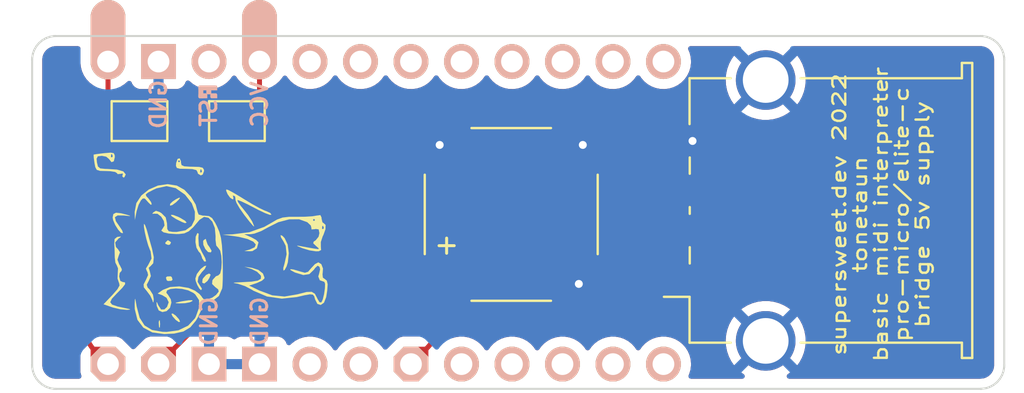
<source format=kicad_pcb>
(kicad_pcb (version 20211014) (generator pcbnew)
  (layers (0 "F.Cu" signal) (31 "B.Cu" signal) (34 "B.Paste" user) (35 "F.Paste" user) (36 "B.SilkS" user "B.Silkscreen") (37 "F.SilkS" user "F.Silkscreen") (38 "B.Mask" user) (39 "F.Mask" user) (44 "Edge.Cuts" user))
  (net 0 "")
  (net 1 "Net-(JP1-Pad1)")
  (net 2 "VBUS")
  (net 3 "Net-(JP2-Pad1)")
  (net 5 "GND")
  (net 19 "Net-(LS1-Pad1)")
  (net 22 "Net-(J1-Pad2)")
  (net 23 "Net-(J1-Pad3)")
  (footprint "Connector_USB:USB_A_TE_292303-7_Horizontal" (layer "F.Cu") (at 215.6 87.4 90)
    (fp_text reference "J1" hide)
    (fp_text value "USB_A")
    (fp_line (start -6.66 -6.53) (end -6.66 -4.46) (layer "F.SilkS") (width 0.12))
    (fp_line (start -4.35 -7.82) (end -4.35 -6.53) (layer "F.SilkS") (width 0.12))
    (fp_line (start 6.66 -6.53) (end 6.66 -4.46) (layer "F.SilkS") (width 0.12))
    (fp_line (start 7.43 7.17) (end 6.66 7.17) (layer "F.SilkS") (width 0.12))
    (fp_line (start -7.43 7.69) (end 7.43 7.69) (layer "F.SilkS") (width 0.12))
    (fp_line (start 4.35 -6.53) (end 6.66 -6.53) (layer "F.SilkS") (width 0.12))
    (fp_line (start -6.66 7.17) (end -6.66 -0.94) (layer "F.SilkS") (width 0.12))
    (fp_line (start -6.66 -6.53) (end -4.35 -6.53) (layer "F.SilkS") (width 0.12))
    (fp_line (start -0.17 -6.52) (end 0.17 -6.52) (layer "F.SilkS") (width 0.12))
    (fp_line (start 7.43 7.69) (end 7.43 7.17) (layer "F.SilkS") (width 0.12))
    (fp_line (start 6.66 -0.94) (end 6.66 7.17) (layer "F.SilkS") (width 0.12))
    (fp_line (start 1.85 -6.52) (end 2.67 -6.52) (layer "F.SilkS") (width 0.12))
    (fp_line (start -2.67 -6.52) (end -1.85 -6.52) (layer "F.SilkS") (width 0.12))
    (fp_line (start -7.43 7.17) (end -7.43 7.69) (layer "F.SilkS") (width 0.12))
    (fp_line (start -6.66 7.17) (end -7.43 7.17) (layer "F.SilkS") (width 0.12))
    (pad "1" smd rect (at -3.5 -6.38 90) (size 1.25 3) (layers "F.Cu" "F.Paste" "F.Mask") (net 2 "VBUS"))
    (pad "2" smd rect (at -1 -6.38 90) (size 1.25 3) (layers "F.Cu" "F.Paste" "F.Mask") (net 22 "Net-(J1-Pad2)"))
    (pad "3" smd rect (at 1 -6.38 90) (size 1.25 3) (layers "F.Cu" "F.Paste" "F.Mask") (net 23 "Net-(J1-Pad3)"))
    (pad "4" smd rect (at 3.5 -6.38 90) (size 1.25 3) (layers "F.Cu" "F.Paste" "F.Mask") (net 5 "GND"))
    (pad "5" thru_hole circle (at -6.57 -2.7 90) (size 3 3) (drill 2.3) (layers *.Cu *.Mask) (net 5 "GND"))
    (pad "5" thru_hole circle (at 6.57 -2.7 90) (size 3 3) (drill 2.3) (layers *.Cu *.Mask) (net 5 "GND"))
  )
  (footprint "Jumper:SolderJumper-2_P1.3mm_Open_TrianglePad1.0x1.5mm" (layer "F.Cu") (at 186.3 82.9 180)
    (fp_text reference "JP2" hide)
    (fp_text value "VCC5V")
    (fp_line (start -1.4 1) (end -1.4 -1) (layer "F.SilkS") (width 0.12))
    (fp_line (start 1.4 -1) (end 1.4 1) (layer "F.SilkS") (width 0.12))
    (fp_line (start 1.4 1) (end -1.4 1) (layer "F.SilkS") (width 0.12))
    (fp_line (start -1.4 -1) (end 1.4 -1) (layer "F.SilkS") (width 0.12))
    (pad "1" smd custom (at -0.725 0 180) (size 0.3 0.3) (layers "F.Cu" "F.Mask") (net 3 "Net-(JP2-Pad1)") (options (clearance outline) (anchor rect)) (primitives (gr_poly (pts (xy 1 0) (xy 0.5 0.75) (xy -0.5 0.75) (xy -0.5 -0.75) (xy 0.5 -0.75)) (width 0) (fill yes))))
    (pad "2" smd custom (at 0.725 0 180) (size 0.3 0.3) (layers "F.Cu" "F.Mask") (net 2 "VBUS") (options (clearance outline) (anchor rect)) (primitives (gr_poly (pts (xy 0.5 0.75) (xy -0.65 0.75) (xy -0.15 0) (xy -0.65 -0.75) (xy 0.5 -0.75)) (width 0) (fill yes))))
  )
  (footprint "Buzzer_Beeper:PUIAudio_SMT_0825_S_4_R" (layer "F.Cu") (at 200.1 87.6 90)
    (fp_text reference "LS1" hide)
    (fp_text value "Speaker")
    (fp_text user "+" (at -1.5 -3.25) (layer "F.SilkS"))
    (fp_line (start -2 4.35) (end 2 4.35) (layer "F.SilkS") (width 0.12))
    (fp_line (start 4.35 2) (end 4.35 -2) (layer "F.SilkS") (width 0.12))
    (fp_line (start -4.35 -2) (end -4.35 2) (layer "F.SilkS") (width 0.12))
    (fp_line (start 2 -4.35) (end -2 -4.35) (layer "F.SilkS") (width 0.12))
    (pad "1" smd rect (at -3.5 -3.5) (size 2 2) (layers "F.Cu" "F.Paste" "F.Mask") (net 19 "Net-(LS1-Pad1)"))
    (pad "2" smd rect (at -3.5 3.5) (size 2 2) (layers "F.Cu" "F.Paste" "F.Mask") (net 5 "GND"))
    (pad "3" smd rect (at 3.5 3.5) (size 2 2) (layers "F.Cu" "F.Paste" "F.Mask") (net 5 "GND"))
    (pad "4" smd rect (at 3.5 -3.5) (size 2 2) (layers "F.Cu" "F.Paste" "F.Mask") (net 5 "GND"))
  )
  (footprint "LOGO" (layer "F.Cu") (at 184.1 88.7 90)
    (fp_text reference "G***" hide)
    (fp_text value "LOGO" hide)
    (fp_poly (pts (xy 1.622162 -1.16127) (xy 1.641653 -1.149933) (xy 1.751495 -1.036105) (xy 1.868475 -0.860957) (xy 1.942754 -0.707751) (xy 1.936769 -0.656896) (xy 1.840651 -0.728018) (xy 1.713951 -0.857112) (xy 1.572099 -1.047897) (xy 1.537593 -1.165118)) (layer "F.SilkS") (width 0) (fill solid))
    (fp_poly (pts (xy -0.207124 -1.289264) (xy -0.202543 -1.259052) (xy -0.287778 -1.130679) (xy -0.320237 -1.115812) (xy -0.420068 -1.168661) (xy -0.437931 -1.259052) (xy -0.382379 -1.395311) (xy -0.320237 -1.402292)) (layer "F.SilkS") (width 0) (fill solid))
    (fp_poly (pts (xy -2.025431 -1.313793) (xy -2.017474 -1.13229) (xy -2.055458 -1.075749) (xy -2.189669 -1.036458) (xy -2.244396 -1.094828) (xy -2.252354 -1.276331) (xy -2.214369 -1.332872) (xy -2.080158 -1.372163)) (layer "F.SilkS") (width 0) (fill solid))
    (fp_poly (pts (xy -0.191447 0.531139) (xy -0.127848 0.635417) (xy -0.215819 0.656897) (xy -0.411463 0.725441) (xy -0.555295 0.828253) (xy -0.735023 0.928233) (xy -0.81374 0.887804) (xy -0.795117 0.749917) (xy -0.641363 0.609441) (xy -0.431069 0.511421) (xy -0.242824 0.5009)) (layer "F.SilkS") (width 0) (fill solid))
    (fp_poly (pts (xy -0.018517 0.126787) (xy 0.15656 0.207821) (xy 0.163205 0.217317) (xy 0.126631 0.279163) (xy -0.085115 0.262158) (xy -0.470541 0.285805) (xy -0.774824 0.427622) (xy -1.091124 0.601161) (xy -1.261953 0.650762) (xy -1.273579 0.573025) (xy -1.259052 0.547414) (xy -1.099713 0.44438) (xy -1.04703 0.437931) (xy -0.861011 0.360966) (xy -0.766379 0.273707) (xy -0.576537 0.165587) (xy -0.295066 0.114661)) (layer "F.SilkS") (width 0) (fill solid))
    (fp_poly (pts (xy 2.361459 1.668068) (xy 2.326221 1.773115) (xy 2.195469 2.018485) (xy 1.993061 2.360935) (xy 1.869573 2.559597) (xy 1.622075 2.96876) (xy 1.418434 3.337245) (xy 1.290457 3.606188) (xy 1.267129 3.674469) (xy 1.175786 3.876393) (xy 1.083231 3.941379) (xy 1.078626 3.85344) (xy 1.165363 3.618249) (xy 1.326286 3.278748) (xy 1.417214 3.10546) (xy 1.614522 2.725407) (xy 1.756501 2.424103) (xy 1.821835 2.248096) (xy 1.821411 2.222848) (xy 1.719372 2.259129) (xy 1.515748 2.404913) (xy 1.407402 2.495298) (xy 1.063275 2.766606) (xy 0.74716 2.968032) (xy 0.518517 3.062656) (xy 0.489022 3.065517) (xy 0.533936 3.005942) (xy 0.71841 2.848017) (xy 1.005475 2.622943) (xy 1.081922 2.565112) (xy 1.412481 2.334024) (xy 1.68138 2.177919) (xy 1.83865 2.125113) (xy 1.851584 2.128967) (xy 1.991849 2.11289) (xy 2.034782 2.065042) (xy 2.049526 1.988257) (xy 1.987606 2.014976) (xy 1.874902 2.023133) (xy 1.861207 1.981003) (xy 1.940614 1.860316) (xy 2.115537 1.733135) (xy 2.291026 1.658854)) (layer "F.SilkS") (width 0) (fill solid))
    (fp_poly (pts (xy 1.671139 -2.858507) (xy 2.055847 -2.604735) (xy 2.356878 -2.228067) (xy 2.553704 -1.774445) (xy 2.625796 -1.289811) (xy 2.552626 -0.820105) (xy 2.340838 -0.442399) (xy 1.987545 -0.108023) (xy 1.598156 0.12696) (xy 1.245628 0.218875) (xy 1.23606 0.218966) (xy 1.093324 0.275913) (xy 1.041169 0.48015) (xy 1.039028 0.574785) (xy 1.016623 0.796578) (xy 0.91433 0.953783) (xy 0.681978 1.105497) (xy 0.51648 1.190272) (xy 0.227407 1.315044) (xy -0.077683 1.397389) (xy -0.460059 1.447897) (xy -0.980987 1.477158) (xy -1.180502 1.483579) (xy -1.694313 1.492384) (xy -2.150942 1.489481) (xy -2.490661 1.475834) (xy -2.627586 1.460265) (xy -3.009349 1.294023) (xy -3.235588 1.004962) (xy -3.284483 0.749411) (xy -3.319477 0.520934) (xy -3.458397 0.441932) (xy -3.536275 0.437931) (xy -3.774865 0.379688) (xy -4.09303 0.23199) (xy -4.249872 0.138491) (xy -4.585972 -0.142591) (xy -4.79642 -0.492612) (xy -4.902372 -0.961459) (xy -4.926114 -1.456083) (xy -4.843867 -2.054826) (xy -4.60153 -2.507233) (xy -4.208033 -2.804455) (xy -3.672311 -2.937644) (xy -3.424853 -2.943157) (xy -3.191488 -2.933496) (xy -3.14191 -2.917494) (xy -3.28781 -2.884645) (xy -3.537683 -2.841768) (xy -4.106817 -2.690921) (xy -4.492327 -2.443727) (xy -4.719012 -2.07096) (xy -4.811674 -1.543392) (xy -4.817071 -1.334036) (xy -4.734947 -0.738097) (xy -4.501469 -0.25282) (xy -4.135341 0.086012) (xy -4.050862 0.131595) (xy -3.580322 0.301663) (xy -3.214734 0.293244) (xy -2.928665 0.103764) (xy -2.854007 0.01047) (xy -2.724287 -0.251181) (xy -2.650174 -0.559953) (xy -2.628166 -0.870164) (xy -2.654761 -1.136129) (xy -2.726456 -1.312164) (xy -2.839748 -1.352585) (xy -2.951734 -1.264234) (xy -3.170201 -1.1263) (xy -3.339224 -1.094828) (xy -3.606089 -1.16602) (xy -3.770571 -1.337883) (xy -3.818839 -1.547847) (xy -3.737063 -1.733341) (xy -3.511412 -1.831796) (xy -3.50233 -1.832745) (xy -3.313264 -1.84668) (xy -3.334549 -1.816254) (xy -3.476078 -1.754161) (xy -3.687959 -1.61221) (xy -3.684163 -1.448161) (xy -3.559584 -1.31495) (xy -3.322109 -1.231039) (xy -3.09983 -1.339436) (xy -2.971879 -1.547846) (xy -2.883502 -1.786752) (xy -2.700803 -1.525912) (xy -2.556575 -1.160667) (xy -2.524226 -0.698319) (xy -2.601795 -0.22881) (xy -2.735869 0.082112) (xy -2.902876 0.312426) (xy -3.042071 0.432836) (xy -3.063908 0.437931) (xy -3.162141 0.52129) (xy -3.167743 0.720059) (xy -3.092674 0.957278) (xy -2.952865 1.152437) (xy -2.783348 1.285383) (xy -2.673451 1.257432) (xy -2.563198 1.114279) (xy -2.403116 0.951405) (xy -2.230232 0.965548) (xy -2.183177 0.988812) (xy -2.012112 1.145888) (xy -1.97069 1.262904) (xy -1.874451 1.358643) (xy -1.632017 1.416204) (xy -1.312813 1.435542) (xy -0.986263 1.416615) (xy -0.721792 1.359378) (xy -0.588823 1.263788) (xy -0.588817 1.263772) (xy -0.465436 1.159659) (xy -0.18016 1.123621) (xy -0.001633 1.126918) (xy 0.415157 1.090398) (xy 0.736729 0.961749) (xy 0.933335 0.77106) (xy 0.975225 0.548415) (xy 0.83265 0.323902) (xy 0.810698 0.305394) (xy 0.458373 0.006989) (xy 0.248522 -0.223458) (xy 0.14522 -0.444953) (xy 0.112539 -0.7165) (xy 0.111159 -0.843515) (xy 0.135803 -1.225806) (xy 0.198205 -1.491173) (xy 0.28518 -1.604717) (xy 0.375966 -1.544447) (xy 0.542616 -1.441176) (xy 0.768334 -1.476144) (xy 0.986992 -1.607949) (xy 1.132462 -1.795185) (xy 1.138618 -1.996449) (xy 1.128942 -2.015902) (xy 1.134169 -2.05783) (xy 1.204524 -2.003682) (xy 1.283598 -1.872031) (xy 1.22457 -1.692274) (xy 1.16332 -1.593122) (xy 0.952108 -1.382033) (xy 0.646929 -1.314463) (xy 0.599631 -1.313793) (xy 0.364387 -1.30278) (xy 0.253922 -1.229692) (xy 0.221059 -1.034459) (xy 0.218966 -0.829067) (xy 0.300893 -0.385567) (xy 0.522392 -0.080097) (xy 0.847036 0.079585) (xy 1.238399 0.085719) (xy 1.660056 -0.069451) (xy 2.07558 -0.393683) (xy 2.107228 -0.426902) (xy 2.423164 -0.879443) (xy 2.524192 -1.343095) (xy 2.413947 -1.842502) (xy 2.339956 -2.003497) (xy 2.197388 -2.276003) (xy 2.10703 -2.38445) (xy 2.019035 -2.358509) (xy 1.913342 -2.25743) (xy 1.720152 -2.116832) (xy 1.607051 -2.082607) (xy 1.588836 -2.13877) (xy 1.720691 -2.271609) (xy 1.732871 -2.281098) (xy 1.900421 -2.430681) (xy 1.901708 -2.535428) (xy 1.809246 -2.625279) (xy 1.583491 -2.745424) (xy 1.267186 -2.843545) (xy 1.225944 -2.852128) (xy 0.821121 -2.930854) (xy 1.223281 -2.943444)) (layer "F.SilkS") (width 0) (fill solid))
    (fp_poly (pts (xy 1.072867 -1.000714) (xy 0.980091 -0.757895) (xy 0.927792 -0.65146) (xy 0.780918 -0.406714) (xy 0.685981 -0.32717) (xy 0.661486 -0.41056) (xy 0.712818 -0.5513) (xy 0.83474 -0.799324) (xy 0.875862 -0.875862) (xy 1.014079 -1.088537) (xy 1.081972 -1.120541)) (layer "F.SilkS") (width 0) (fill solid))
    (fp_poly (pts (xy -3.889289 -1.02818) (xy -3.996121 -0.875862) (xy -4.181027 -0.712303) (xy -4.303764 -0.656896) (xy -4.321918 -0.723544) (xy -4.215086 -0.875862) (xy -4.03018 -1.039421) (xy -3.907442 -1.094828)) (layer "F.SilkS") (width 0) (fill solid))
    (fp_poly (pts (xy 0.097804 1.97069) (xy 0.204194 2.825705) (xy 0.469859 3.570283) (xy 0.661726 3.909467) (xy 0.844155 4.222974) (xy 0.942863 4.496442) (xy 0.980277 4.820639) (xy 0.980706 5.200431) (xy 0.983811 5.625158) (xy 1.006744 5.991566) (xy 1.042919 6.213147) (xy 1.067141 6.399766) (xy 0.943686 6.457865) (xy 0.888631 6.459483) (xy 0.703905 6.503057) (xy 0.656897 6.568966) (xy 0.570987 6.661734) (xy 0.354501 6.654936) (xy 0.069305 6.553469) (xy 0 6.516977) (xy -0.06407 6.495977) (xy 0.364943 6.495977) (xy 0.379971 6.561064) (xy 0.437931 6.568966) (xy 0.528048 6.528908) (xy 0.51092 6.495977) (xy 0.380989 6.482874) (xy 0.364943 6.495977) (xy -0.06407 6.495977) (xy -0.289732 6.422012) (xy -0.520043 6.423243) (xy -0.695208 6.435818) (xy -0.755592 6.316329) (xy -0.75805 6.170274) (xy -0.709373 5.850714) (xy -0.602388 5.498003) (xy -0.592837 5.474138) (xy -0.497323 5.251182) (xy -0.468025 5.224227) (xy -0.493089 5.384697) (xy -0.496976 5.404799) (xy -0.562212 5.756754) (xy -0.615302 6.061695) (xy -0.646753 6.287318) (xy -0.615288 6.321805) (xy -0.497198 6.189449) (xy -0.494205 6.185776) (xy -0.355368 6.038694) (xy -0.269136 6.060847) (xy -0.207202 6.158405) (xy -0.020397 6.310079) (xy 0.159415 6.35) (xy 0.345802 6.313744) (xy 0.367927 6.166376) (xy 0.355694 6.113915) (xy 0.352989 6.076293) (xy 0.766379 6.076293) (xy 0.821121 6.131035) (xy 0.875862 6.076293) (xy 0.821121 6.021552) (xy 0.766379 6.076293) (xy 0.352989 6.076293) (xy 0.34391 5.95001) (xy 0.408709 5.94875) (xy 0.540263 5.917747) (xy 0.702689 5.745849) (xy 0.71198 5.731958) (xy 0.854655 5.330059) (xy 0.850805 4.828121) (xy 0.707748 4.281914) (xy 0.456188 3.783091) (xy 0.262605 3.425007) (xy 0.134854 3.082149) (xy 0.105197 2.907229) (xy 0.100912 2.572845) (xy -0.053742 2.928664) (xy -0.183359 3.165023) (xy -0.300136 3.281826) (xy -0.314209 3.284483) (xy -0.608603 3.204785) (xy -0.747645 2.979166) (xy -0.755466 2.862209) (xy -0.744553 2.572845) (xy -0.670334 2.838435) (xy -0.553887 3.093577) (xy -0.41621 3.150337) (xy -0.272866 3.026183) (xy -0.139415 2.738584) (xy -0.031418 2.30501) (xy 0.002698 2.082877) (xy 0.080773 1.478017)) (layer "F.SilkS") (width 0) (fill solid))
    (fp_poly (pts (xy -2.954888 -4.062338) (xy -2.667188 -3.809522) (xy -2.479048 -3.704459) (xy -2.350534 -3.726123) (xy -2.336564 -3.736784) (xy -2.129365 -3.805105) (xy -1.86518 -3.794372) (xy -1.615717 -3.780675) (xy -1.474024 -3.838357) (xy -1.327609 -3.91357) (xy -1.067291 -3.94447) (xy -1.059219 -3.944437) (xy -0.686972 -3.951702) (xy -0.386196 -3.968932) (xy -0.140383 -3.953293) (xy -0.036977 -3.827626) (xy -0.026345 -3.777155) (xy -0.011983 -3.627935) (xy -0.06751 -3.681377) (xy -0.110891 -3.749784) (xy -0.310933 -3.922894) (xy -0.537828 -3.886056) (xy -0.652827 -3.782058) (xy -0.806709 -3.681206) (xy -0.983941 -3.746945) (xy -1.180114 -3.808955) (xy -1.407884 -3.722182) (xy -1.467277 -3.684777) (xy -1.661383 -3.58791) (xy -1.751017 -3.602959) (xy -1.751724 -3.610407) (xy -1.845402 -3.6946) (xy -2.025431 -3.722414) (xy -2.245567 -3.66531) (xy -2.299138 -3.55819) (xy -2.324117 -3.426407) (xy -2.416026 -3.425018) (xy -2.600322 -3.566405) (xy -2.881346 -3.841372) (xy -3.143291 -4.087236) (xy -3.319731 -4.172396) (xy -3.440926 -4.081586) (xy -3.537137 -3.799537) (xy -3.606762 -3.475386) (xy -3.662785 -3.215894) (xy -3.693058 -3.159718) (xy -3.707157 -3.294077) (xy -3.70877 -3.339224) (xy -3.678341 -3.66464) (xy -3.590159 -4.035431) (xy -3.572438 -4.08897) (xy -3.42576 -4.510268)) (layer "F.SilkS") (width 0) (fill solid))
    (fp_poly (pts (xy -2.168342 0.471794) (xy -2.108808 0.504367) (xy -1.945887 0.652428) (xy -1.874348 0.799629) (xy -1.926318 0.875003) (xy -1.940641 0.875862) (xy -2.097539 0.817017) (xy -2.25067 0.720589) (xy -2.381047 0.558459) (xy -2.339211 0.453589)) (layer "F.SilkS") (width 0) (fill solid))
    (fp_poly (pts (xy 1.118401 -4.015758) (xy 1.186279 -3.884136) (xy 1.156788 -3.616531) (xy 1.085789 -3.339224) (xy 1.033172 -3.170739) (xy 1.018627 -3.191097) (xy 1.038344 -3.413175) (xy 1.045295 -3.476078) (xy 1.049846 -3.801801) (xy 0.959674 -3.93727) (xy 0.761123 -3.88836) (xy 0.501672 -3.709932) (xy 0.29073 -3.56926) (xy 0.160426 -3.52863) (xy 0.152693 -3.533227) (xy 0.176997 -3.634528) (xy 0.338023 -3.778764) (xy 0.570842 -3.923534) (xy 0.810523 -4.026437) (xy 0.945368 -4.050862)) (layer "F.SilkS") (width 0) (fill solid))
    (fp_poly (pts (xy -2.204357 -2.379979) (xy -1.952707 -2.268041) (xy -1.793749 -2.30315) (xy -1.771967 -2.322688) (xy -1.627135 -2.378948) (xy -1.444613 -2.263706) (xy -1.122061 -2.09441) (xy -0.762546 -2.140335) (xy -0.682782 -2.176722) (xy -0.457655 -2.263132) (xy -0.142439 -2.352979) (xy 0.190551 -2.429829) (xy 0.469 -2.477251) (xy 0.620593 -2.478812) (xy 0.627542 -2.474469) (xy 0.564272 -2.420087) (xy 0.346004 -2.340256) (xy 0.202254 -2.299662) (xy -0.181699 -2.196074) (xy -0.53963 -2.094163) (xy -0.609928 -2.073108) (xy -1.054565 -1.980092) (xy -1.359096 -2.00881) (xy -1.492397 -2.132909) (xy -1.58836 -2.236819) (xy -1.77001 -2.179869) (xy -2.00357 -2.127477) (xy -2.239652 -2.23122) (xy -2.439647 -2.335616) (xy -2.580581 -2.291357) (xy -2.68721 -2.18426) (xy -2.942089 -2.023435) (xy -3.164598 -1.98339) (xy -3.338069 -1.999394) (xy -3.303467 -2.029578) (xy -3.229741 -2.049061) (xy -2.990088 -2.161189) (xy -2.761485 -2.331928) (xy -2.574599 -2.481327) (xy -2.421725 -2.491747)) (layer "F.SilkS") (width 0) (fill solid))
    (fp_poly (pts (xy 4.112658 -5.005462) (xy 4.134112 -4.89267) (xy 4.167765 -4.632928) (xy 4.187071 -4.461422) (xy 4.212448 -4.148324) (xy 4.185168 -3.995258) (xy 4.082898 -3.945399) (xy 3.982672 -3.941379) (xy 3.773245 -3.993823) (xy 3.732809 -4.110044) (xy 3.7502 -4.123851) (xy 3.977874 -4.123851) (xy 3.992902 -4.058763) (xy 4.050862 -4.050862) (xy 4.140979 -4.09092) (xy 4.123851 -4.123851) (xy 3.99392 -4.136953) (xy 3.977874 -4.123851) (xy 3.7502 -4.123851) (xy 3.881865 -4.228379) (xy 3.886638 -4.230236) (xy 4.008264 -4.375127) (xy 4.050862 -4.591028) (xy 4.02658 -4.796415) (xy 3.908319 -4.857517) (xy 3.722414 -4.840595) (xy 3.51315 -4.78985) (xy 3.418528 -4.674436) (xy 3.393248 -4.425557) (xy 3.392471 -4.339513) (xy 3.35967 -3.831821) (xy 3.267535 -3.512963) (xy 3.119537 -3.39446) (xy 3.10749 -3.393965) (xy 2.970239 -3.461027) (xy 2.956035 -3.50991) (xy 3.025361 -3.570003) (xy 3.084123 -3.546691) (xy 3.166339 -3.541385) (xy 3.1423 -3.649712) (xy 3.13156 -3.801351) (xy 3.178436 -3.831896) (xy 3.239616 -3.930218) (xy 3.277931 -4.180962) (xy 3.284483 -4.364985) (xy 3.292256 -4.684845) (xy 3.344608 -4.850163) (xy 3.485093 -4.925357) (xy 3.689294 -4.963766) (xy 3.955081 -5.000472) (xy 4.103348 -5.008621)) (layer "F.SilkS") (width 0) (fill solid))
    (fp_poly (pts (xy -3.345775 -0.874419) (xy -3.298881 -0.675518) (xy -3.274703 -0.554322) (xy -3.223019 -0.226949) (xy -3.21959 -0.045502) (xy -3.261146 -0.034709) (xy -3.325699 -0.168457) (xy -3.371154 -0.403256) (xy -3.38197 -0.693222) (xy -3.369991 -0.875813)) (layer "F.SilkS") (width 0) (fill solid))
    (fp_poly (pts (xy 3.695043 -0.855763) (xy 3.898562 -0.783053) (xy 3.925812 -0.678684) (xy 3.776794 -0.612621) (xy 3.695043 -0.610848) (xy 3.581807 -0.580428) (xy 3.52363 -0.443231) (xy 3.50418 -0.150258) (xy 3.503448 -0.036064) (xy 3.493321 0.305305) (xy 3.449797 0.480672) (xy 3.353159 0.542574) (xy 3.284483 0.547414) (xy 3.106158 0.478957) (xy 3.065517 0.38319) (xy 3.076534 0.364943) (xy 3.211494 0.364943) (xy 3.226523 0.43003) (xy 3.284483 0.437931) (xy 3.3746 0.397873) (xy 3.357471 0.364943) (xy 3.227541 0.35184) (xy 3.211494 0.364943) (xy 3.076534 0.364943) (xy 3.153155 0.238041) (xy 3.229741 0.218966) (xy 3.332415 0.161032) (xy 3.382956 -0.039951) (xy 3.393966 -0.33572) (xy 3.400624 -0.66159) (xy 3.413254 -0.711638) (xy 3.722414 -0.711638) (xy 3.777155 -0.656896) (xy 3.831897 -0.711638) (xy 3.777155 -0.766379) (xy 3.722414 -0.711638) (xy 3.413254 -0.711638) (xy 3.440846 -0.820978) (xy 3.545005 -0.866344)) (layer "F.SilkS") (width 0) (fill solid))
    (fp_poly (pts (xy 0.025795 4.486379) (xy -0.094241 4.601918) (xy -0.419394 4.755426) (xy -0.854787 4.81124) (xy -1.311822 4.763366) (xy -1.521283 4.698467) (xy -1.696505 4.603065) (xy -1.728062 4.538119) (xy -1.597518 4.532749) (xy -1.376591 4.595213) (xy -0.905585 4.699456) (xy -0.483641 4.655229) (xy -0.267262 4.547016) (xy -0.049494 4.412438) (xy 0.059594 4.395843)) (layer "F.SilkS") (width 0) (fill solid))
    (fp_poly (pts (xy -4.240373 -1.714055) (xy -4.236734 -1.678114) (xy -4.408124 -1.663435) (xy -4.434052 -1.663585) (xy -4.603854 -1.679372) (xy -4.587646 -1.712694) (xy -4.568821 -1.718112) (xy -4.330334 -1.73414)) (layer "F.SilkS") (width 0) (fill solid))
    (fp_poly (pts (xy -2.332049 2.089089) (xy -2.316681 2.362824) (xy -2.315164 2.408621) (xy -2.286381 2.92507) (xy -2.233257 3.248113) (xy -2.146755 3.402772) (xy -2.017835 3.414072) (xy -1.96108 3.388823) (xy -1.786831 3.211994) (xy -1.648248 2.935937) (xy -1.645088 2.926137) (xy -1.5335 2.572845) (xy -1.589346 2.956035) (xy -1.693968 3.279998) (xy -1.87343 3.50882) (xy -2.080671 3.58834) (xy -2.130487 3.578813) (xy -2.238587 3.458813) (xy -2.352081 3.214525) (xy -2.36424 3.179185) (xy -2.484084 2.816626) (xy -2.730727 3.326123) (xy -2.973528 3.97721) (xy -3.034832 4.594414) (xy -2.921663 5.255234) (xy -2.909463 5.298013) (xy -2.806494 5.704993) (xy -2.797195 5.961647) (xy -2.894967 6.121371) (xy -3.113211 6.237562) (xy -3.148722 6.251339) (xy -3.323421 6.356574) (xy -3.329682 6.449553) (xy -3.171599 6.522278) (xy -2.911358 6.584801) (xy -2.626947 6.625934) (xy -2.396355 6.634487) (xy -2.29757 6.599275) (xy -2.297461 6.59763) (xy -2.215626 6.368831) (xy -2.02465 6.292597) (xy -1.896602 6.331057) (xy -1.6651 6.385439) (xy -1.53979 6.354346) (xy -1.481171 6.26095) (xy -1.600849 6.132064) (xy -1.682543 6.075687) (xy -1.905495 5.845379) (xy -1.952796 5.541673) (xy -1.828713 5.131706) (xy -1.810419 5.090948) (xy -1.703285 4.895967) (xy -1.656111 4.887761) (xy -1.672725 5.04146) (xy -1.756953 5.332192) (xy -1.768248 5.364996) (xy -1.837307 5.621644) (xy -1.788026 5.781383) (xy -1.604024 5.937879) (xy -1.402924 6.125825) (xy -1.314024 6.29094) (xy -1.313793 6.297012) (xy -1.406684 6.448648) (xy -1.625335 6.531129) (xy -1.879713 6.512437) (xy -1.899602 6.505347) (xy -2.084984 6.524563) (xy -2.145704 6.612348) (xy -2.23483 6.723462) (xy -2.418443 6.765835) (xy -2.739803 6.743186) (xy -3.065517 6.691407) (xy -3.344619 6.582214) (xy -3.461545 6.416395) (xy -3.405825 6.247527) (xy -3.175 6.131035) (xy -3.020122 6.087511) (xy -2.938522 6.01655) (xy -2.924319 5.870549) (xy -2.971634 5.601902) (xy -3.061971 5.215856) (xy -3.141967 4.457189) (xy -3.032994 3.709984) (xy -2.744919 3.03466) (xy -2.692054 2.951095) (xy -2.509636 2.604446) (xy -2.392085 2.250735) (xy -2.379416 2.176743) (xy -2.3525 2.028724)) (layer "F.SilkS") (width 0) (fill solid))
    (fp_poly (pts (xy -1.899481 0.186023) (xy -1.653519 0.371414) (xy -1.642241 0.38319) (xy -1.501286 0.56243) (xy -1.483016 0.653883) (xy -1.496706 0.656897) (xy -1.646927 0.583052) (xy -1.806465 0.437931) (xy -2.047728 0.264921) (xy -2.293452 0.225241) (xy -2.463362 0.328448) (xy -2.622927 0.431168) (xy -2.661418 0.434449) (xy -2.717429 0.394404) (xy -2.62996 0.306178) (xy -2.45764 0.205831) (xy -2.2591 0.129425) (xy -2.133073 0.109483)) (layer "F.SilkS") (width 0) (fill solid))
  )
  (footprint "Jumper:SolderJumper-2_P1.3mm_Open_TrianglePad1.0x1.5mm" (layer "F.Cu") (at 181.4 82.9)
    (fp_text reference "JP1" hide)
    (fp_text value "RAW5V")
    (fp_line (start -1.4 1) (end -1.4 -1) (layer "F.SilkS") (width 0.12))
    (fp_line (start -1.4 -1) (end 1.4 -1) (layer "F.SilkS") (width 0.12))
    (fp_line (start 1.4 -1) (end 1.4 1) (layer "F.SilkS") (width 0.12))
    (fp_line (start 1.4 1) (end -1.4 1) (layer "F.SilkS") (width 0.12))
    (pad "1" smd custom (at -0.725 0) (size 0.3 0.3) (layers "F.Cu" "F.Mask") (net 1 "Net-(JP1-Pad1)") (options (clearance outline) (anchor rect)) (primitives (gr_poly (pts (xy 1 0) (xy 0.5 0.75) (xy -0.5 0.75) (xy -0.5 -0.75) (xy 0.5 -0.75)) (width 0) (fill yes))))
    (pad "2" smd custom (at 0.725 0) (size 0.3 0.3) (layers "F.Cu" "F.Mask") (net 2 "VBUS") (options (clearance outline) (anchor rect)) (primitives (gr_poly (pts (xy 0.5 0.75) (xy -0.65 0.75) (xy -0.15 0) (xy -0.65 -0.75) (xy 0.5 -0.75)) (width 0) (fill yes))))
  )
  (footprint "Keebio-Parts:Elite-C-castellated-24pin-holes" (layer "F.Cu") (at 193.78675 87.51975)
    (fp_text reference "U1" hide)
    (fp_text value "ProMicro" hide)
    (fp_text user "VCC" (at -6.35 -5.461 90) (layer "B.SilkS") (effects (font (size 0.8 0.8)) (justify mirror)))
    (fp_text user "GND" (at -8.89 5.461 90) (layer "B.SilkS") (effects (font (size 0.8 0.8)) (justify mirror)))
    (fp_text user "GND" (at -6.35 5.461 90) (layer "B.SilkS") (effects (font (size 0.8 0.8)) (justify mirror)))
    (fp_text user "ST" (at -8.91 -5.04 90) (layer "B.SilkS") (effects (font (size 0.8 0.8)) (justify mirror)))
    (fp_text user "GND" (at -11.43 -5.461 90) (layer "B.SilkS") (effects (font (size 0.8 0.8)) (justify mirror)))
    (fp_poly (pts (xy -9.35097 -5.844635) (xy -9.25097 -5.844635) (xy -9.25097 -6.344635) (xy -9.35097 -6.344635)) (layer "B.SilkS") (width 0.15) (fill solid))
    (fp_poly (pts (xy -8.95097 -6.044635) (xy -8.85097 -6.044635) (xy -8.85097 -6.144635) (xy -8.95097 -6.144635)) (layer "B.SilkS") (width 0.15) (fill solid))
    (fp_poly (pts (xy -9.35097 -5.844635) (xy -9.05097 -5.844635) (xy -9.05097 -5.944635) (xy -9.35097 -5.944635)) (layer "B.SilkS") (width 0.15) (fill solid))
    (fp_poly (pts (xy -8.75097 -5.844635) (xy -8.55097 -5.844635) (xy -8.55097 -5.944635) (xy -8.75097 -5.944635)) (layer "B.SilkS") (width 0.15) (fill solid))
    (fp_poly (pts (xy -9.35097 -6.244635) (xy -8.55097 -6.244635) (xy -8.55097 -6.344635) (xy -9.35097 -6.344635)) (layer "B.SilkS") (width 0.15) (fill solid))
    (pad "1" thru_hole custom (at -13.97 7.62) (size 1.7526 1.7526) (drill 1.0922) (layers *.Cu *.SilkS *.Mask) (net 23 "Net-(J1-Pad3)") (options (clearance convexhull) (anchor circle)) (primitives (gr_poly (pts (xy 0.8263 0.342265) (xy 0.342265 0.8263) (xy -0.342265 0.8263) (xy -0.8263 0.342265) (xy -0.8263 -0.342265) (xy -0.342265 -0.8263) (xy 0.342265 -0.8263) (xy 0.8263 -0.342265)) (width 0.1) (fill yes))))
    (pad "2" thru_hole custom (at -11.43 7.62) (size 1.7526 1.7526) (drill 1.0922) (layers *.Cu *.SilkS *.Mask) (net 22 "Net-(J1-Pad2)") (options (clearance convexhull) (anchor circle)) (primitives (gr_poly (pts (xy 0.8263 0.342265) (xy 0.342265 0.8263) (xy -0.342265 0.8263) (xy -0.8263 0.342265) (xy -0.8263 -0.342265) (xy -0.342265 -0.8263) (xy 0.342265 -0.8263) (xy 0.8263 -0.342265)) (width 0.1) (fill yes))))
    (pad "3" thru_hole rect (at -8.89 7.62) (size 1.7526 1.7526) (drill 1.0922) (layers *.Cu *.SilkS *.Mask) (net 5 "GND"))
    (pad "4" thru_hole rect (at -6.35 7.62) (size 1.7526 1.7526) (drill 1.0922) (layers *.Cu *.SilkS *.Mask) (net 5 "GND"))
    (pad "5" thru_hole circle (at -3.81 7.62) (size 1.7526 1.7526) (drill 1.0922) (layers *.Cu *.SilkS *.Mask))
    (pad "6" thru_hole circle (at -1.27 7.62) (size 1.7526 1.7526) (drill 1.0922) (layers *.Cu *.SilkS *.Mask))
    (pad "7" thru_hole custom (at 1.27 7.62) (size 1.7526 1.7526) (drill 1.0922) (layers *.Cu *.SilkS *.Mask) (net 19 "Net-(LS1-Pad1)") (options (clearance convexhull) (anchor circle)) (primitives (gr_poly (pts (xy 0.8263 0.342265) (xy 0.342265 0.8263) (xy -0.342265 0.8263) (xy -0.8263 0.342265) (xy -0.8263 -0.342265) (xy -0.342265 -0.8263) (xy 0.342265 -0.8263) (xy 0.8263 -0.342265)) (width 0.1) (fill yes))))
    (pad "8" thru_hole circle (at 3.81 7.62) (size 1.7526 1.7526) (drill 1.0922) (layers *.Cu *.SilkS *.Mask))
    (pad "9" thru_hole circle (at 6.35 7.62) (size 1.7526 1.7526) (drill 1.0922) (layers *.Cu *.SilkS *.Mask))
    (pad "10" thru_hole circle (at 8.89 7.62) (size 1.7526 1.7526) (drill 1.0922) (layers *.Cu *.SilkS *.Mask))
    (pad "11" thru_hole circle (at 11.43 7.62) (size 1.7526 1.7526) (drill 1.0922) (layers *.Cu *.SilkS *.Mask))
    (pad "12" thru_hole circle (at 13.97 7.62) (size 1.7526 1.7526) (drill 1.0922) (layers *.Cu *.SilkS *.Mask))
    (pad "13" thru_hole circle (at 13.97 -7.62) (size 1.7526 1.7526) (drill 1.0922) (layers *.Cu *.SilkS *.Mask))
    (pad "14" thru_hole circle (at 11.43 -7.62) (size 1.7526 1.7526) (drill 1.0922) (layers *.Cu *.SilkS *.Mask))
    (pad "15" thru_hole circle (at 8.89 -7.62) (size 1.7526 1.7526) (drill 1.0922) (layers *.Cu *.SilkS *.Mask))
    (pad "16" thru_hole circle (at 6.35 -7.62) (size 1.7526 1.7526) (drill 1.0922) (layers *.Cu *.SilkS *.Mask))
    (pad "17" thru_hole circle (at 3.81 -7.62) (size 1.7526 1.7526) (drill 1.0922) (layers *.Cu *.SilkS *.Mask))
    (pad "18" thru_hole circle (at 1.27 -7.62) (size 1.7526 1.7526) (drill 1.0922) (layers *.Cu *.SilkS *.Mask))
    (pad "19" thru_hole circle (at -1.27 -7.62) (size 1.7526 1.7526) (drill 1.0922) (layers *.Cu *.SilkS *.Mask))
    (pad "20" thru_hole circle (at -3.81 -7.62) (size 1.7526 1.7526) (drill 1.0922) (layers *.Cu *.SilkS *.Mask))
    (pad "21" thru_hole oval (at -6.35 -7.62) (size 1.7526 4) (drill 1.0922 (offset 0 -1.1)) (layers *.Cu *.SilkS *.Mask) (net 3 "Net-(JP2-Pad1)"))
    (pad "22" thru_hole circle (at -8.89 -7.62) (size 1.7526 1.7526) (drill 1.0922) (layers *.Cu *.SilkS *.Mask))
    (pad "23" thru_hole rect (at -11.43 -7.62) (size 1.7526 1.7526) (drill 1.0922) (layers *.Cu *.SilkS *.Mask) (net 5 "GND"))
    (pad "24" thru_hole oval (at -13.97 -7.62) (size 1.7526 4) (drill 1.0922 (offset 0 -1.1)) (layers *.Cu *.SilkS *.Mask) (net 1 "Net-(JP1-Pad1)"))
  )
  (gr_line (start 223.735081 96.384627) (end 177.198115 96.38532) (layer "Edge.Cuts") (width 0.1))
  (gr_line (start 177.16372 78.61468) (end 223.701885 78.61468) (layer "Edge.Cuts") (width 0.1))
  (gr_line (start 176.002185 95.291835) (end 176 95.187205) (layer "Edge.Cuts") (width 0.1))
  (gr_line (start 176.887403 96.346797) (end 176.690763 96.275225) (layer "Edge.Cuts") (width 0.1))
  (gr_line (start 176.214725 95.875782) (end 176.110095 95.694557) (layer "Edge.Cuts") (width 0.1))
  (gr_line (start 224.209237 96.275225) (end 224.012597 96.346797) (layer "Edge.Cuts") (width 0.1))
  (gr_line (start 176 79.812795) (end 176.002185 79.708165) (layer "Edge.Cuts") (width 0.1))
  (gr_line (start 224.550765 78.963915) (end 224.685275 79.124218) (layer "Edge.Cuts") (width 0.1))
  (gr_line (start 224.861477 79.502083) (end 224.897815 79.708165) (layer "Edge.Cuts") (width 0.1))
  (gr_line (start 176.509538 78.829405) (end 176.690763 78.724775) (layer "Edge.Cuts") (width 0.1))
  (gr_line (start 176.002185 79.708165) (end 176.038523 79.502083) (layer "Edge.Cuts") (width 0.1))
  (gr_line (start 176.038523 79.502083) (end 176.110095 79.305443) (layer "Edge.Cuts") (width 0.1))
  (gr_line (start 224.550765 96.036085) (end 224.390462 96.170595) (layer "Edge.Cuts") (width 0.1))
  (gr_line (start 224.861477 95.497917) (end 224.789905 95.694557) (layer "Edge.Cuts") (width 0.1))
  (gr_line (start 224.897815 79.708165) (end 224.9 79.812795) (layer "Edge.Cuts") (width 0.1))
  (gr_line (start 224.390462 78.829405) (end 224.550765 78.963915) (layer "Edge.Cuts") (width 0.1))
  (gr_line (start 224.789905 79.305443) (end 224.861477 79.502083) (layer "Edge.Cuts") (width 0.1))
  (gr_line (start 224.9 79.812795) (end 224.9 95.187205) (layer "Edge.Cuts") (width 0.1))
  (gr_line (start 176.110095 79.305443) (end 176.214725 79.124218) (layer "Edge.Cuts") (width 0.1))
  (gr_line (start 223.701885 78.61468) (end 223.806515 78.616865) (layer "Edge.Cuts") (width 0.1))
  (gr_line (start 224.685275 95.875782) (end 224.550765 96.036085) (layer "Edge.Cuts") (width 0.1))
  (gr_line (start 176.349235 78.963915) (end 176.509538 78.829405) (layer "Edge.Cuts") (width 0.1))
  (gr_line (start 176.690763 96.275225) (end 176.509538 96.170595) (layer "Edge.Cuts") (width 0.1))
  (gr_line (start 176.214725 79.124218) (end 176.349235 78.963915) (layer "Edge.Cuts") (width 0.1))
  (gr_line (start 176 95.187205) (end 176 79.812795) (layer "Edge.Cuts") (width 0.1))
  (gr_line (start 176.349235 96.036085) (end 176.214725 95.875782) (layer "Edge.Cuts") (width 0.1))
  (gr_line (start 176.887403 78.653203) (end 177.093485 78.616865) (layer "Edge.Cuts") (width 0.1))
  (gr_line (start 224.209237 78.724775) (end 224.390462 78.829405) (layer "Edge.Cuts") (width 0.1))
  (gr_line (start 177.093485 78.616865) (end 177.164919 78.615373) (layer "Edge.Cuts") (width 0.1))
  (gr_line (start 224.9 95.187205) (end 224.897815 95.291835) (layer "Edge.Cuts") (width 0.1))
  (gr_line (start 177.093485 96.383135) (end 176.887403 96.346797) (layer "Edge.Cuts") (width 0.1))
  (gr_line (start 223.73628 96.38532) (end 224.012597 96.346797) (layer "Edge.Cuts") (width 0.1))
  (gr_line (start 176.690763 78.724775) (end 176.887403 78.653203) (layer "Edge.Cuts") (width 0.1))
  (gr_line (start 176.110095 95.694557) (end 176.038523 95.497917) (layer "Edge.Cuts") (width 0.1))
  (gr_line (start 177.198115 96.38532) (end 177.093485 96.383135) (layer "Edge.Cuts") (width 0.1))
  (gr_line (start 176.038523 95.497917) (end 176.002185 95.291835) (layer "Edge.Cuts") (width 0.1))
  (gr_line (start 224.789905 95.694557) (end 224.685275 95.875782) (layer "Edge.Cuts") (width 0.1))
  (gr_line (start 177.164919 78.615373) (end 177.16372 78.61468) (layer "Edge.Cuts") (width 0.1))
  (gr_line (start 223.735081 96.384627) (end 223.73628 96.38532) (layer "Edge.Cuts") (width 0.1))
  (gr_line (start 224.012597 78.653203) (end 224.209237 78.724775) (layer "Edge.Cuts") (width 0.1))
  (gr_line (start 224.897815 95.291835) (end 224.861477 95.497917) (layer "Edge.Cuts") (width 0.1))
  (gr_line (start 224.390462 96.170595) (end 224.209237 96.275225) (layer "Edge.Cuts") (width 0.1))
  (gr_line (start 224.685275 79.124218) (end 224.789905 79.305443) (layer "Edge.Cuts") (width 0.1))
  (gr_line (start 176.509538 96.170595) (end 176.349235 96.036085) (layer "Edge.Cuts") (width 0.1))
  (gr_line (start 223.806515 78.616865) (end 224.012597 78.653203) (layer "Edge.Cuts") (width 0.1))
  (gr_text "supersweet.dev 2022\ntonetaun\nbasic midi interpreter\npro-micro/elite-c\nbridge 5v supply" (at 218.7 87.6 90) (layer "F.SilkS") (effects (font (size 0.65 0.9) (thickness 0.12))))
  (segment (start 180.245875 82.470875) (end 180.675 82.9) (width 0.25) (layer "F.Cu") (net 1))
  (segment (start 179.81675 81.434875) (end 179.81675 79.89975) (width 0.25) (layer "F.Cu") (net 1))
  (arc (start 179.81675 81.434875) (mid 179.928275 81.995554) (end 180.245875 82.470875) (width 0.25) (layer "F.Cu") (net 1))
  (segment (start 182.9125 82.9) (end 182.125 82.9) (width 0.25) (layer "F.Cu") (net 2))
  (segment (start 183.7 84.292893) (end 183.7 83.6875) (width 0.25) (layer "F.Cu") (net 2))
  (segment (start 208.690811 82.3) (end 192.953963 82.3) (width 0.25) (layer "F.Cu") (net 2))
  (segment (start 184.4875 82.9) (end 185.575 82.9) (width 0.25) (layer "F.Cu") (net 2))
  (segment (start 185.85 86) (end 185.407106 86) (width 0.25) (layer "F.Cu") (net 2))
  (segment (start 213.3 89.022182) (end 213.3 86.909188) (width 0.25) (layer "F.Cu") (net 2))
  (segment (start 182.9125 82.9) (end 184.4875 82.9) (width 0.25) (layer "F.Cu") (net 2))
  (segment (start 187.813172 85.186827) (end 189.106207 83.893792) (width 0.25) (layer "F.Cu") (net 2))
  (segment (start 211.422182 90.9) (end 209.22 90.9) (width 0.25) (layer "F.Cu") (net 2))
  (arc (start 192.953963 82.3) (mid 190.871572 82.714213) (end 189.106207 83.893792) (width 0.25) (layer "F.Cu") (net 2))
  (arc (start 212.75 90.35) (mid 212.140792 90.757059) (end 211.422182 90.9) (width 0.25) (layer "F.Cu") (net 2))
  (arc (start 184.4875 82.9) (mid 183.930653 83.130653) (end 183.7 83.6875) (width 0.25) (layer "F.Cu") (net 2))
  (arc (start 183.7 83.6875) (mid 183.469346 83.130653) (end 182.9125 82.9) (width 0.25) (layer "F.Cu") (net 2))
  (arc (start 211.95 83.65) (mid 212.949146 85.145328) (end 213.3 86.909188) (width 0.25) (layer "F.Cu") (net 2))
  (arc (start 187.813172 85.186827) (mid 186.912461 85.788663) (end 185.85 86) (width 0.25) (layer "F.Cu") (net 2))
  (arc (start 184.2 85.5) (mid 184.753825 85.870054) (end 185.407106 86) (width 0.25) (layer "F.Cu") (net 2))
  (arc (start 183.7 84.292893) (mid 183.829945 84.946174) (end 184.2 85.5) (width 0.25) (layer "F.Cu") (net 2))
  (arc (start 213.3 89.022182) (mid 213.157059 89.740792) (end 212.75 90.35) (width 0.25) (layer "F.Cu") (net 2))
  (arc (start 211.95 83.65) (mid 210.454671 82.650853) (end 208.690811 82.3) (width 0.25) (layer "F.Cu") (net 2))
  (segment (start 187.230875 82.694125) (end 187.025 82.9) (width 0.25) (layer "F.Cu") (net 3))
  (segment (start 187.43675 82.197098) (end 187.43675 79.89975) (width 0.25) (layer "F.Cu") (net 3))
  (arc (start 187.43675 82.197098) (mid 187.383244 82.466087) (end 187.230875 82.694125) (width 0.25) (layer "F.Cu") (net 3))
  (via (at 203.7 84.1) (size 0.8) (drill 0.4) (layers "F.Cu" "B.Cu") (net 5))
  (via (at 209.22 83.9) (size 0.8) (drill 0.4) (layers "F.Cu" "B.Cu") (net 5))
  (via (at 203.5 91.1) (size 0.8) (drill 0.4) (layers "F.Cu" "B.Cu") (net 5))
  (via (at 196.5 84.1) (size 0.8) (drill 0.4) (layers "F.Cu" "B.Cu") (net 5))
  (segment (start 195.828375 94.368125) (end 195.05675 95.13975) (width 0.25) (layer "F.Cu") (net 19))
  (segment (start 196.6 92.505257) (end 196.6 91.1) (width 0.25) (layer "F.Cu") (net 19))
  (arc (start 196.6 92.505257) (mid 196.399461 93.513433) (end 195.828375 94.368125) (width 0.25) (layer "F.Cu") (net 19))
  (segment (start 186.702707 90.793792) (end 182.35675 95.13975) (width 0.25) (layer "F.Cu") (net 22))
  (segment (start 190.550463 89.2) (end 203.834314 89.2) (width 0.25) (layer "F.Cu") (net 22))
  (segment (start 205.765685 88.4) (end 209.22 88.4) (width 0.25) (layer "F.Cu") (net 22))
  (arc (start 190.550463 89.2) (mid 188.468072 89.614213) (end 186.702707 90.793792) (width 0.25) (layer "F.Cu") (net 22))
  (arc (start 204.8 88.8) (mid 204.356939 89.096043) (end 203.834314 89.2) (width 0.25) (layer "F.Cu") (net 22))
  (arc (start 205.765685 88.4) (mid 205.24306 88.503956) (end 204.8 88.8) (width 0.25) (layer "F.Cu") (net 22))
  (segment (start 178.6 93.062627) (end 178.6 91.007106) (width 0.25) (layer "F.Cu") (net 23))
  (segment (start 180.307106 89.3) (end 184.24939 89.3) (width 0.25) (layer "F.Cu") (net 23))
  (segment (start 179.208375 94.531375) (end 179.81675 95.13975) (width 0.25) (layer "F.Cu") (net 23))
  (segment (start 194.682842 86) (end 204.817157 86) (width 0.25) (layer "F.Cu") (net 23))
  (segment (start 193.717157 86.4) (end 191.250609 86.4) (width 0.25) (layer "F.Cu") (net 23))
  (segment (start 205.782842 86.4) (end 209.22 86.4) (width 0.25) (layer "F.Cu") (net 23))
  (arc (start 191.250609 86.4) (mid 189.356093 86.776842) (end 187.75 87.85) (width 0.25) (layer "F.Cu") (net 23))
  (arc (start 205.3 86.2) (mid 205.521529 86.348021) (end 205.782842 86.4) (width 0.25) (layer "F.Cu") (net 23))
  (arc (start 194.682842 86) (mid 194.421529 86.051978) (end 194.2 86.2) (width 0.25) (layer "F.Cu") (net 23))
  (arc (start 205.3 86.2) (mid 205.078469 86.051978) (end 204.817157 86) (width 0.25) (layer "F.Cu") (net 23))
  (arc (start 178.6 93.062627) (mid 178.758111 93.857507) (end 179.208375 94.531375) (width 0.25) (layer "F.Cu") (net 23))
  (arc (start 194.2 86.2) (mid 193.978469 86.348021) (end 193.717157 86.4) (width 0.25) (layer "F.Cu") (net 23))
  (arc (start 179.1 89.8) (mid 178.729945 90.353825) (end 178.6 91.007106) (width 0.25) (layer "F.Cu") (net 23))
  (arc (start 180.307106 89.3) (mid 179.653825 89.429945) (end 179.1 89.8) (width 0.25) (layer "F.Cu") (net 23))
  (arc (start 187.75 87.85) (mid 186.143906 88.923157) (end 184.24939 89.3) (width 0.25) (layer "F.Cu") (net 23))
  (zone (net 0) (net_name "") (layer "F.Cu") (connect_pads no (clearance 0.508)) (min_thickness 0.254) (fill yes (thermal_gap 0.508) (thermal_bridge_width 0.508))
    (polygon (pts (xy 176.138674 78.365193) (xy 225.6 78.4) (xy 225.9 96.3) (xy 175.8 96.3) (xy 175.8 78.4) (xy 176 78.4)))
  )
  (zone (net 23) (net_name "Net-(J1-Pad3)") (layer "F.Cu") (name "$oktizer$") (priority 22222) (connect_pads yes (clearance 0)) (min_thickness 0.1) (fill yes (thermal_gap 0.508) (thermal_bridge_width 0.508) (island_removal_mode 1) (island_area_min 0))
    (polygon (pts (xy 180.69305 95.502726) (xy 180.179726 96.01605) (xy 179.453774 96.01605) (xy 178.94045 95.502726) (xy 178.94045 94.26345) (xy 180.179726 94.26345) (xy 180.69305 94.776774)))
  )
  (zone (net 22) (net_name "Net-(J1-Pad2)") (layer "F.Cu") (name "$oktizer$") (priority 22222) (connect_pads yes (clearance 0)) (min_thickness 0.1) (fill yes (thermal_gap 0.508) (thermal_bridge_width 0.508) (island_removal_mode 1) (island_area_min 0))
    (polygon (pts (xy 183.23305 95.502726) (xy 182.719726 96.01605) (xy 181.993774 96.01605) (xy 181.48045 95.502726) (xy 181.48045 94.776774) (xy 181.993774 94.26345) (xy 183.23305 94.26345)))
  )
  (zone (net 19) (net_name "Net-(LS1-Pad1)") (layer "F.Cu") (name "$oktizer$") (priority 22222) (connect_pads yes (clearance 0)) (min_thickness 0.1) (fill yes (thermal_gap 0.508) (thermal_bridge_width 0.508) (island_removal_mode 1) (island_area_min 0))
    (polygon (pts (xy 195.93305 95.502726) (xy 195.419726 96.01605) (xy 194.693774 96.01605) (xy 194.18045 95.502726) (xy 194.18045 94.776774) (xy 194.693774 94.26345) (xy 195.93305 94.26345)))
  )
  (zone (net 5) (net_name "GND") (layer "B.Cu") (connect_pads thru_hole_only (clearance 0.508)) (min_thickness 0.254) (fill yes (thermal_gap 0.508) (thermal_bridge_width 0.508))
    (polygon (pts (xy 225.5 96.6) (xy 176 96.5) (xy 176 78.6) (xy 225.5 78.6)))
  )
)
</source>
